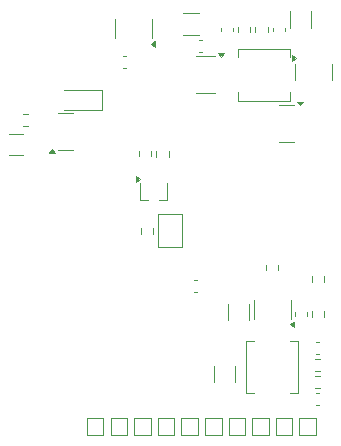
<source format=gbr>
%TF.GenerationSoftware,KiCad,Pcbnew,9.0.4*%
%TF.CreationDate,2026-01-28T15:28:05+01:00*%
%TF.ProjectId,ShiroFPV_Flight_Controller,53686972-6f46-4505-965f-466c69676874,2026-01-27*%
%TF.SameCoordinates,PX7bfa480PYb532b80*%
%TF.FileFunction,Legend,Bot*%
%TF.FilePolarity,Positive*%
%FSLAX46Y46*%
G04 Gerber Fmt 4.6, Leading zero omitted, Abs format (unit mm)*
G04 Created by KiCad (PCBNEW 9.0.4) date 2026-01-28 15:28:05*
%MOMM*%
%LPD*%
G01*
G04 APERTURE LIST*
%ADD10C,0.120000*%
G04 APERTURE END LIST*
D10*
%TO.C,C5*%
X-74778728Y145757500D02*
X-74497568Y145757500D01*
X-74778728Y144737500D02*
X-74497568Y144737500D01*
%TO.C,C17*%
X-62103148Y147841920D02*
X-62103148Y148123080D01*
X-61083148Y147841920D02*
X-61083148Y148123080D01*
%TO.C,R21*%
X-58773148Y126590242D02*
X-58773148Y127064758D01*
X-57728148Y126590242D02*
X-57728148Y127064758D01*
%TO.C,F1*%
X-84427712Y139152500D02*
X-83223584Y139152500D01*
X-84427712Y137332500D02*
X-83223584Y137332500D01*
%TO.C,R22*%
X-71938148Y137689758D02*
X-71938148Y137215242D01*
X-70893148Y137689758D02*
X-70893148Y137215242D01*
%TO.C,J4*%
X-65818148Y115067500D02*
X-65818148Y113667500D01*
X-65818148Y113667500D02*
X-64418148Y113667500D01*
X-64418148Y115067500D02*
X-65818148Y115067500D01*
X-64418148Y113667500D02*
X-64418148Y115067500D01*
%TO.C,C2*%
X-68042568Y147092500D02*
X-68323728Y147092500D01*
X-68042568Y146072500D02*
X-68323728Y146072500D01*
%TO.C,Q2*%
X-60940648Y141587500D02*
X-61590648Y141587500D01*
X-60940648Y141587500D02*
X-60290648Y141587500D01*
X-60940648Y138467500D02*
X-61590648Y138467500D01*
X-60940648Y138467500D02*
X-60290648Y138467500D01*
X-59778148Y141537500D02*
X-60018148Y141867500D01*
X-59538148Y141867500D01*
X-59778148Y141537500D01*
G36*
X-59778148Y141537500D02*
G01*
X-60018148Y141867500D01*
X-59538148Y141867500D01*
X-59778148Y141537500D01*
G37*
%TO.C,C15*%
X-66478148Y148123080D02*
X-66478148Y147841920D01*
X-65458148Y148123080D02*
X-65458148Y147841920D01*
%TO.C,J6*%
X-69818148Y115067500D02*
X-69818148Y113667500D01*
X-69818148Y113667500D02*
X-68418148Y113667500D01*
X-68418148Y115067500D02*
X-69818148Y115067500D01*
X-68418148Y113667500D02*
X-68418148Y115067500D01*
%TO.C,R2*%
X-65030648Y147745242D02*
X-65030648Y148219758D01*
X-63985648Y147745242D02*
X-63985648Y148219758D01*
%TO.C,C20*%
X-58165068Y121527500D02*
X-58446228Y121527500D01*
X-58165068Y120507500D02*
X-58446228Y120507500D01*
%TO.C,C14*%
X-65895648Y123346248D02*
X-65895648Y124768752D01*
X-64075648Y123346248D02*
X-64075648Y124768752D01*
%TO.C,R11*%
X-82780890Y140805000D02*
X-83255406Y140805000D01*
X-82780890Y139760000D02*
X-83255406Y139760000D01*
%TO.C,D1*%
X-76503148Y142832500D02*
X-79763148Y142832500D01*
X-76503148Y142832500D02*
X-76503148Y141132500D01*
X-76503148Y141132500D02*
X-79763148Y141132500D01*
%TO.C,J8*%
X-73818148Y115067500D02*
X-73818148Y113667500D01*
X-73818148Y113667500D02*
X-72418148Y113667500D01*
X-72418148Y115067500D02*
X-73818148Y115067500D01*
X-72418148Y113667500D02*
X-72418148Y115067500D01*
%TO.C,R5*%
X-73275648Y131149758D02*
X-73275648Y130675242D01*
X-72230648Y131149758D02*
X-72230648Y130675242D01*
%TO.C,J5*%
X-67818148Y115067500D02*
X-67818148Y113667500D01*
X-67818148Y113667500D02*
X-66418148Y113667500D01*
X-66418148Y115067500D02*
X-67818148Y115067500D01*
X-66418148Y113667500D02*
X-66418148Y115067500D01*
%TO.C,R1*%
X-63570648Y147745242D02*
X-63570648Y148219758D01*
X-62525648Y147745242D02*
X-62525648Y148219758D01*
%TO.C,U6*%
X-63695648Y124297500D02*
X-63695648Y125097500D01*
X-63695648Y124297500D02*
X-63695648Y123497500D01*
X-60575648Y124297500D02*
X-60575648Y125097500D01*
X-60575648Y124297500D02*
X-60575648Y123497500D01*
X-60295648Y122757500D02*
X-60625648Y122997500D01*
X-60295648Y123237500D01*
X-60295648Y122757500D01*
G36*
X-60295648Y122757500D02*
G01*
X-60625648Y122997500D01*
X-60295648Y123237500D01*
X-60295648Y122757500D01*
G37*
%TO.C,J2*%
X-61818148Y115067500D02*
X-61818148Y113667500D01*
X-61818148Y113667500D02*
X-60418148Y113667500D01*
X-60418148Y115067500D02*
X-61818148Y115067500D01*
X-60418148Y113667500D02*
X-60418148Y115067500D01*
%TO.C,J7*%
X-71818148Y115067500D02*
X-71818148Y113667500D01*
X-71818148Y113667500D02*
X-70418148Y113667500D01*
X-70418148Y115067500D02*
X-71818148Y115067500D01*
X-70418148Y113667500D02*
X-70418148Y115067500D01*
%TO.C,C4*%
X-68472568Y126757500D02*
X-68753728Y126757500D01*
X-68472568Y125737500D02*
X-68753728Y125737500D01*
%TO.C,R10*%
X-73403148Y137699758D02*
X-73403148Y137225242D01*
X-72358148Y137699758D02*
X-72358148Y137225242D01*
%TO.C,J3*%
X-63818148Y115067500D02*
X-63818148Y113667500D01*
X-63818148Y113667500D02*
X-62418148Y113667500D01*
X-62418148Y115067500D02*
X-63818148Y115067500D01*
X-62418148Y113667500D02*
X-62418148Y115067500D01*
%TO.C,C16*%
X-60215648Y123731920D02*
X-60215648Y124013080D01*
X-59195648Y123731920D02*
X-59195648Y124013080D01*
%TO.C,J9*%
X-75818148Y115067500D02*
X-75818148Y113667500D01*
X-75818148Y113667500D02*
X-74418148Y113667500D01*
X-74418148Y115067500D02*
X-75818148Y115067500D01*
X-74418148Y113667500D02*
X-74418148Y115067500D01*
%TO.C,Q3*%
X-73343148Y134952500D02*
X-73343148Y133542500D01*
X-73343148Y133542500D02*
X-72683148Y133542500D01*
X-71683148Y133542500D02*
X-71023148Y133542500D01*
X-71023148Y134952500D02*
X-71023148Y133542500D01*
X-73323148Y135322500D02*
X-73653148Y135082500D01*
X-73653148Y135562500D01*
X-73323148Y135322500D01*
G36*
X-73323148Y135322500D02*
G01*
X-73653148Y135082500D01*
X-73653148Y135562500D01*
X-73323148Y135322500D01*
G37*
%TO.C,R8*%
X-58068390Y120085000D02*
X-58542906Y120085000D01*
X-58068390Y119040000D02*
X-58542906Y119040000D01*
%TO.C,C19*%
X-67068148Y119508752D02*
X-67068148Y118086248D01*
X-65248148Y119508752D02*
X-65248148Y118086248D01*
%TO.C,J1*%
X-59823148Y115067500D02*
X-59823148Y113667500D01*
X-59823148Y113667500D02*
X-58423148Y113667500D01*
X-58423148Y115067500D02*
X-59823148Y115067500D01*
X-58423148Y113667500D02*
X-58423148Y115067500D01*
%TO.C,JP1*%
X-71773148Y132317500D02*
X-71773148Y129517500D01*
X-71773148Y129517500D02*
X-69773148Y129517500D01*
X-69773148Y132317500D02*
X-71773148Y132317500D01*
X-69773148Y129517500D02*
X-69773148Y132317500D01*
%TO.C,J10*%
X-77818148Y115067500D02*
X-77818148Y113667500D01*
X-77818148Y113667500D02*
X-76418148Y113667500D01*
X-76418148Y115067500D02*
X-77818148Y115067500D01*
X-76418148Y113667500D02*
X-76418148Y115067500D01*
%TO.C,L2*%
X-64345648Y121607500D02*
X-64345648Y117187500D01*
X-64345648Y117187500D02*
X-63645648Y117187500D01*
X-63645648Y121607500D02*
X-64345648Y121607500D01*
X-60625648Y117187500D02*
X-59925648Y117187500D01*
X-59925648Y121607500D02*
X-60625648Y121607500D01*
X-59925648Y117187500D02*
X-59925648Y121607500D01*
%TO.C,U5*%
X-67753148Y145712500D02*
X-68553148Y145712500D01*
X-67753148Y145712500D02*
X-66953148Y145712500D01*
X-67753148Y142592500D02*
X-68553148Y142592500D01*
X-67753148Y142592500D02*
X-66953148Y142592500D01*
X-66453148Y145662500D02*
X-66693148Y145992500D01*
X-66213148Y145992500D01*
X-66453148Y145662500D01*
G36*
X-66453148Y145662500D02*
G01*
X-66693148Y145992500D01*
X-66213148Y145992500D01*
X-66453148Y145662500D01*
G37*
%TO.C,C18*%
X-60623148Y148096248D02*
X-60623148Y149518752D01*
X-58803148Y148096248D02*
X-58803148Y149518752D01*
%TO.C,R27*%
X-58773148Y123635242D02*
X-58773148Y124109758D01*
X-57728148Y123635242D02*
X-57728148Y124109758D01*
%TO.C,C38*%
X-68291896Y149367500D02*
X-69714400Y149367500D01*
X-68291896Y147547500D02*
X-69714400Y147547500D01*
%TO.C,C22*%
X-58446228Y117157500D02*
X-58165068Y117157500D01*
X-58446228Y116137500D02*
X-58165068Y116137500D01*
%TO.C,U7*%
X-75420648Y148027500D02*
X-75420648Y148827500D01*
X-75420648Y148027500D02*
X-75420648Y147227500D01*
X-72300648Y148027500D02*
X-72300648Y148827500D01*
X-72300648Y148027500D02*
X-72300648Y147227500D01*
X-72020648Y146487500D02*
X-72350648Y146727500D01*
X-72020648Y146967500D01*
X-72020648Y146487500D01*
G36*
X-72020648Y146487500D02*
G01*
X-72350648Y146727500D01*
X-72020648Y146967500D01*
X-72020648Y146487500D01*
G37*
%TO.C,D4*%
X-60168148Y144385000D02*
X-60168148Y145035000D01*
X-60168148Y144385000D02*
X-60168148Y143735000D01*
X-57048148Y144385000D02*
X-57048148Y145035000D01*
X-57048148Y144385000D02*
X-57048148Y143735000D01*
X-60118148Y145547500D02*
X-60448148Y145307500D01*
X-60448148Y145787500D01*
X-60118148Y145547500D01*
G36*
X-60118148Y145547500D02*
G01*
X-60448148Y145307500D01*
X-60448148Y145787500D01*
X-60118148Y145547500D01*
G37*
%TO.C,R9*%
X-62658148Y128064758D02*
X-62658148Y127590242D01*
X-61613148Y128064758D02*
X-61613148Y127590242D01*
%TO.C,L1*%
X-65063148Y146362500D02*
X-65063148Y145662500D01*
X-65063148Y142642500D02*
X-65063148Y141942500D01*
X-65063148Y141942500D02*
X-60643148Y141942500D01*
X-60643148Y146362500D02*
X-65063148Y146362500D01*
X-60643148Y145662500D02*
X-60643148Y146362500D01*
X-60643148Y141942500D02*
X-60643148Y142642500D01*
%TO.C,R7*%
X-58542906Y118630000D02*
X-58068390Y118630000D01*
X-58542906Y117585000D02*
X-58068390Y117585000D01*
%TO.C,Q1*%
X-79610648Y140892500D02*
X-80260648Y140892500D01*
X-79610648Y140892500D02*
X-78960648Y140892500D01*
X-79610648Y137772500D02*
X-80260648Y137772500D01*
X-79610648Y137772500D02*
X-78960648Y137772500D01*
X-80533148Y137492500D02*
X-81013148Y137492500D01*
X-80773148Y137822500D01*
X-80533148Y137492500D01*
G36*
X-80533148Y137492500D02*
G01*
X-81013148Y137492500D01*
X-80773148Y137822500D01*
X-80533148Y137492500D01*
G37*
%TD*%
M02*

</source>
